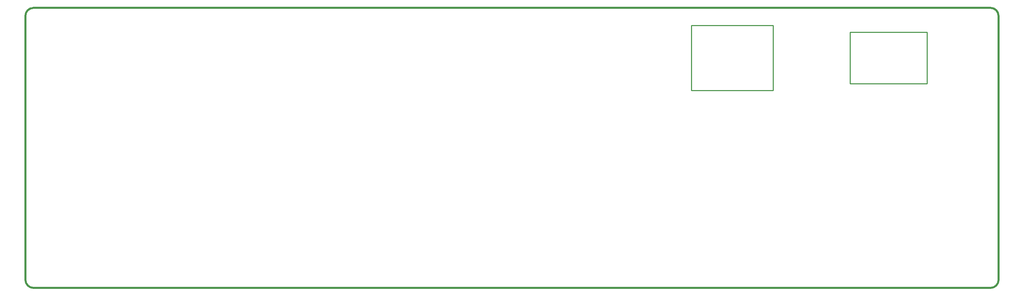
<source format=gbp>
G04*
G04 #@! TF.GenerationSoftware,Altium Limited,Altium Designer,22.6.1 (34)*
G04*
G04 Layer_Color=128*
%FSLAX43Y43*%
%MOMM*%
G71*
G04*
G04 #@! TF.SameCoordinates,C52DC31D-5F11-4B46-91AB-9CC05509C3B8*
G04*
G04*
G04 #@! TF.FilePolarity,Positive*
G04*
G01*
G75*
%ADD11C,0.500*%
%ADD12C,0.250*%
D11*
X87000Y160000D02*
G03*
X85000Y158000I0J-2000D01*
G01*
X328000Y158012D02*
G03*
X326000Y160012I-2000J0D01*
G01*
X326000Y90000D02*
G03*
X328000Y92000I0J2000D01*
G01*
X85002Y92056D02*
G03*
X87072Y89987I2069J0D01*
G01*
X87000Y160000D02*
X326000D01*
X328000Y158012D02*
X328000Y92000D01*
X326000Y89987D02*
Y90000D01*
X87072Y89987D02*
X326000D01*
X85002Y92056D02*
X85002Y158000D01*
D12*
X290900Y153950D02*
X290900Y141050D01*
X310100Y141050D01*
X310100Y153950D02*
X310100Y141050D01*
X290900Y153950D02*
X310100Y153950D01*
X251300Y139400D02*
X271700D01*
X251300D02*
Y155600D01*
X271700D01*
Y139400D02*
Y155600D01*
M02*

</source>
